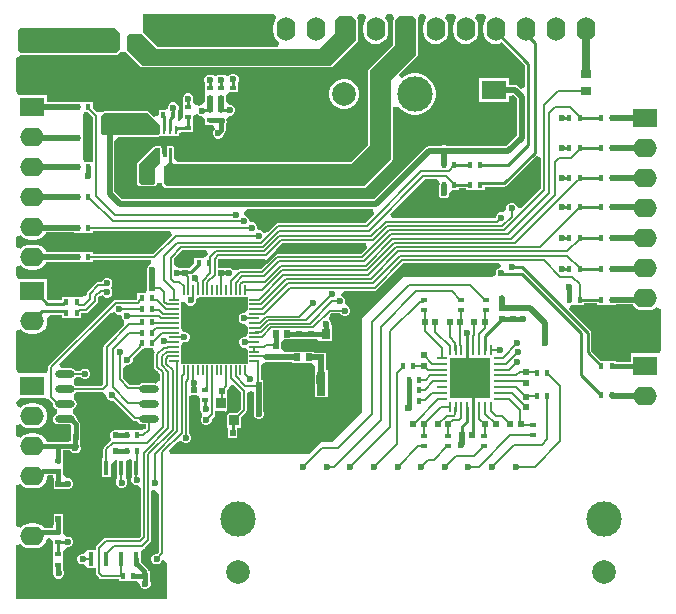
<source format=gtl>
G04*
G04 #@! TF.GenerationSoftware,Altium Limited,Altium Designer,21.0.9 (235)*
G04*
G04 Layer_Physical_Order=1*
G04 Layer_Color=255*
%FSTAX24Y24*%
%MOIN*%
G70*
G04*
G04 #@! TF.SameCoordinates,C81BF7DB-63EA-445F-9019-DF517AEC57AA*
G04*
G04*
G04 #@! TF.FilePolarity,Positive*
G04*
G01*
G75*
%ADD13C,0.0100*%
%ADD17C,0.0060*%
%ADD19O,0.0669X0.0236*%
%ADD20R,0.0201X0.0201*%
%ADD21R,0.0201X0.0201*%
%ADD22R,0.0236X0.0252*%
%ADD23R,0.0315X0.0787*%
%ADD24R,0.0433X0.0866*%
%ADD25R,0.0217X0.0177*%
%ADD26R,0.0335X0.0374*%
%ADD27R,0.0177X0.0217*%
%ADD28R,0.0335X0.0079*%
%ADD29R,0.1575X0.1575*%
%ADD30R,0.0079X0.0335*%
%ADD31R,0.0295X0.0374*%
%ADD32R,0.0374X0.0295*%
%ADD33R,0.0394X0.0547*%
%ADD34R,0.0472X0.0236*%
%ADD35R,0.0098X0.0295*%
%ADD36R,0.0177X0.0492*%
%ADD37O,0.0098X0.0354*%
%ADD38O,0.0354X0.0098*%
%ADD39R,0.1378X0.1378*%
%ADD40R,0.0256X0.0335*%
%ADD41R,0.0335X0.0256*%
%ADD72R,0.1693X0.1339*%
%ADD73C,0.0080*%
%ADD74C,0.0120*%
%ADD75C,0.0150*%
%ADD76C,0.0200*%
%ADD77C,0.0300*%
%ADD78C,0.0250*%
%ADD79R,0.0787X0.0630*%
%ADD80O,0.0787X0.0630*%
%ADD81R,0.0630X0.0787*%
%ADD82O,0.0630X0.0787*%
%ADD83C,0.1181*%
%ADD84C,0.0787*%
%ADD85C,0.0236*%
G36*
X040148Y041182D02*
X040168Y041102D01*
X040118Y041036D01*
X040076Y040935D01*
X040062Y040827D01*
Y040669D01*
X040076Y040561D01*
X040118Y04046D01*
X040184Y040373D01*
X040271Y040307D01*
X040372Y040265D01*
X04048Y040251D01*
X040589Y040265D01*
X040686Y040305D01*
X041447Y039544D01*
Y038822D01*
X041309Y038765D01*
X041238Y038836D01*
X041185Y038871D01*
X041123Y038884D01*
X040927D01*
Y039135D01*
X039939D01*
Y038306D01*
X040927D01*
Y038505D01*
X041077Y038536D01*
X041186Y038426D01*
Y037201D01*
X040832Y036847D01*
X038865D01*
X038805Y036872D01*
X038734D01*
X038674Y036847D01*
X03825D01*
X038187Y036834D01*
X038134Y036799D01*
X036412Y035077D01*
X031301D01*
X031265Y035092D01*
X031194D01*
X031158Y035077D01*
X028017D01*
X027773Y035321D01*
Y037025D01*
X027923Y037167D01*
X029235Y037167D01*
X029257Y037176D01*
X029269Y03718D01*
X029932D01*
Y037271D01*
X030068Y037305D01*
Y037305D01*
X030404D01*
Y037602D01*
X030404D01*
Y037674D01*
X030404D01*
Y037861D01*
X030432Y037877D01*
X030554Y037907D01*
X030579Y037883D01*
X03063Y037861D01*
X030644Y037855D01*
X030734Y037812D01*
X030777Y037719D01*
Y037555D01*
X031067D01*
X031098Y037493D01*
X031113Y037405D01*
X031081Y037374D01*
X031054Y037308D01*
Y037238D01*
X031081Y037172D01*
X031132Y037122D01*
X031197Y037095D01*
X031268D01*
X031333Y037122D01*
X031383Y037172D01*
X031411Y037238D01*
Y037256D01*
X031436Y037282D01*
X031436Y037282D01*
X031466Y037326D01*
X031476Y037379D01*
Y037406D01*
X031507Y037555D01*
X031509Y03767D01*
X031509Y03769D01*
X031509Y03769D01*
X031507Y037704D01*
X031507Y037705D01*
Y037735D01*
X03158Y037859D01*
X031652Y037865D01*
X031655D01*
X03172Y037893D01*
X03177Y037943D01*
X031798Y038008D01*
Y038079D01*
X03177Y038144D01*
X03172Y038195D01*
X031655Y038222D01*
X031623D01*
X031556Y038269D01*
X031507Y038352D01*
Y038517D01*
X031551Y038615D01*
X031639Y038643D01*
X031901D01*
Y038941D01*
X031901Y038941D01*
X03191Y039035D01*
X03191Y039106D01*
X031883Y039172D01*
X031833Y039222D01*
X031768Y039249D01*
X031697D01*
X031631Y039222D01*
X031624Y039215D01*
X031547Y039179D01*
X031439Y039204D01*
X031439Y039204D01*
X031433Y039206D01*
X031374Y039231D01*
X031303D01*
X031242Y039205D01*
X031238Y039204D01*
X031144Y03917D01*
X03105Y039205D01*
X031047Y039206D01*
X030985Y039232D01*
X030914D01*
X030849Y039205D01*
X030798Y039154D01*
X030771Y039089D01*
X030771Y039018D01*
X030777Y038941D01*
X030777Y038941D01*
X030777Y038643D01*
X030777Y038493D01*
Y038348D01*
X030744Y038277D01*
X030665Y038212D01*
X030644D01*
X030579Y038185D01*
X030436Y038238D01*
X030404Y038311D01*
X030408Y038388D01*
X030408Y038459D01*
X03038Y038524D01*
X03033Y038575D01*
X030265Y038602D01*
X030194D01*
X030129Y038575D01*
X030078Y038524D01*
X030051Y038459D01*
X030051Y038388D01*
X030068Y038311D01*
X030068Y038311D01*
X030068Y038014D01*
X030068Y037821D01*
X029918Y037695D01*
X02991Y037696D01*
X029886Y037727D01*
Y03802D01*
X029888Y038023D01*
X029915Y038088D01*
Y038159D01*
X029888Y038225D01*
X029838Y038275D01*
X029772Y038302D01*
X029701D01*
X029636Y038275D01*
X029586Y038225D01*
X029569Y038183D01*
X029559Y038159D01*
X029559Y038159D01*
X02955Y038085D01*
X02942Y038042D01*
X029248D01*
Y037896D01*
X029098Y037834D01*
X028939Y037994D01*
X028893Y038013D01*
X027424D01*
X027378Y037994D01*
X027361Y037987D01*
X02718Y037997D01*
X027051Y038126D01*
Y038318D01*
X026754Y038318D01*
X026604Y038318D01*
X026414D01*
Y038313D01*
X025533D01*
Y038565D01*
X024646D01*
X024546Y038565D01*
X024496Y038694D01*
Y039771D01*
X024646Y0399D01*
X024649Y039899D01*
X027849D01*
X027895Y039918D01*
X027976Y039998D01*
X02809Y039998D01*
X028107Y039995D01*
X028149Y039982D01*
X028644Y039488D01*
X028689Y039469D01*
X034989D01*
X035035Y039488D01*
X035885Y040338D01*
X035904Y040384D01*
Y041024D01*
X035885Y041069D01*
X035853Y041102D01*
X035915Y041252D01*
X036106D01*
X036148Y041182D01*
X036168Y041102D01*
X036118Y041036D01*
X036076Y040935D01*
X036062Y040827D01*
Y040669D01*
X036076Y040561D01*
X036118Y04046D01*
X036184Y040373D01*
X036271Y040307D01*
X036372Y040265D01*
X03648Y040251D01*
X036589Y040265D01*
X03669Y040307D01*
X036776Y040373D01*
X036843Y04046D01*
X036885Y040561D01*
X036899Y040669D01*
Y040827D01*
X036885Y040935D01*
X036843Y041036D01*
X036792Y041102D01*
X036812Y041182D01*
X036854Y041252D01*
X037024D01*
X037086Y041102D01*
X037084Y041099D01*
X037064Y041054D01*
Y040848D01*
X037062Y040827D01*
Y040669D01*
X037064Y040649D01*
Y04023D01*
X036244Y039409D01*
X036225Y039364D01*
Y0369D01*
X035653Y036328D01*
X029881Y036328D01*
X029744Y036465D01*
X029744Y036689D01*
X029744Y036774D01*
X029735Y036836D01*
X029686Y036836D01*
X029679Y036838D01*
X029679Y036838D01*
X029579Y036838D01*
X029572Y036836D01*
X029517D01*
Y036779D01*
X029515Y036774D01*
Y036631D01*
X029514Y036628D01*
Y036499D01*
X029498Y036489D01*
X029348Y036569D01*
Y036778D01*
X029341Y036793D01*
Y036836D01*
X0293D01*
X029283Y036843D01*
X029133D01*
X029087Y036824D01*
X028537Y036274D01*
X028518Y036228D01*
Y035638D01*
X028537Y035592D01*
X028607Y035522D01*
X028653Y035503D01*
X029083D01*
X029129Y035522D01*
X029179Y035572D01*
X029198Y035618D01*
X029344Y035614D01*
X029361Y035573D01*
Y035572D01*
X029362D01*
X029364Y035568D01*
X029464Y035468D01*
X029509Y035449D01*
X036089D01*
X036135Y035468D01*
X037025Y036358D01*
X037044Y036404D01*
Y038134D01*
X03707Y038155D01*
X037259Y038142D01*
X037355Y038046D01*
X037468Y037971D01*
X037594Y037919D01*
X037727Y037892D01*
X037863D01*
X037997Y037919D01*
X038122Y037971D01*
X038235Y038046D01*
X038332Y038142D01*
X038407Y038256D01*
X038459Y038381D01*
X038486Y038515D01*
Y038651D01*
X038459Y038784D01*
X038407Y03891D01*
X038332Y039023D01*
X038235Y039119D01*
X038122Y039195D01*
X037997Y039247D01*
X037863Y039273D01*
X037727D01*
X037594Y039247D01*
X037468Y039195D01*
X037355Y039119D01*
X037256Y039228D01*
X037875Y039848D01*
X037894Y039894D01*
Y040635D01*
X037899Y040669D01*
Y040827D01*
X037894Y040861D01*
Y041084D01*
X037887Y041102D01*
X037918Y041187D01*
X037965Y041252D01*
X038106D01*
X038148Y041182D01*
X038168Y041102D01*
X038118Y041036D01*
X038076Y040935D01*
X038062Y040827D01*
Y040669D01*
X038076Y040561D01*
X038118Y04046D01*
X038184Y040373D01*
X038271Y040307D01*
X038372Y040265D01*
X03848Y040251D01*
X038589Y040265D01*
X03869Y040307D01*
X038776Y040373D01*
X038843Y04046D01*
X038885Y040561D01*
X038899Y040669D01*
Y040827D01*
X038885Y040935D01*
X038843Y041036D01*
X038792Y041102D01*
X038812Y041182D01*
X038854Y041252D01*
X039106D01*
X039148Y041182D01*
X039168Y041102D01*
X039118Y041036D01*
X039076Y040935D01*
X039062Y040827D01*
Y040669D01*
X039076Y040561D01*
X039118Y04046D01*
X039184Y040373D01*
X039271Y040307D01*
X039372Y040265D01*
X03948Y040251D01*
X039589Y040265D01*
X03969Y040307D01*
X039776Y040373D01*
X039843Y04046D01*
X039885Y040561D01*
X039899Y040669D01*
Y040827D01*
X039885Y040935D01*
X039843Y041036D01*
X039792Y041102D01*
X039812Y041182D01*
X039854Y041252D01*
X040106D01*
X040148Y041182D01*
D02*
G37*
G36*
X033148D02*
X033168Y041102D01*
X033118Y041036D01*
X033076Y040935D01*
X033062Y040827D01*
Y040669D01*
X033076Y040561D01*
X033118Y04046D01*
X033184Y040373D01*
X033269Y040308D01*
X03327Y040301D01*
X033237Y040158D01*
X029206D01*
X028784Y040581D01*
X028741Y040624D01*
Y041252D01*
X033106D01*
X033148Y041182D01*
D02*
G37*
G36*
X035839Y041024D02*
Y040384D01*
X034989Y039534D01*
X028689D01*
X028179Y040044D01*
Y040504D01*
X028254Y040578D01*
X028695D01*
X029179Y040094D01*
X034629D01*
X035139Y040604D01*
Y041054D01*
X035269Y041184D01*
X035679D01*
X035839Y041024D01*
D02*
G37*
G36*
X027959Y040614D02*
Y040074D01*
X027849Y039964D01*
X024649D01*
X024569Y040044D01*
Y040714D01*
X024649Y040794D01*
X027779D01*
X027959Y040614D01*
D02*
G37*
G36*
X029283Y037558D02*
Y037275D01*
X029235Y037232D01*
X027793Y037232D01*
X027401D01*
X027339Y037294D01*
Y037864D01*
X027424Y037948D01*
X028893D01*
X029283Y037558D01*
D02*
G37*
G36*
X027067Y037821D02*
Y03631D01*
X026754Y03631D01*
X026711Y036442D01*
Y036958D01*
X026711Y03704D01*
X026711Y037061D01*
X026713Y037064D01*
Y037064D01*
X026725Y037126D01*
X026713Y037249D01*
X026713Y037848D01*
X026754Y037981D01*
X026907Y037981D01*
X027067Y037821D01*
D02*
G37*
G36*
X037829Y041084D02*
Y039894D01*
X036979Y039044D01*
Y036404D01*
X036089Y035514D01*
X029509D01*
X029409Y035614D01*
Y036164D01*
X029579Y036334D01*
Y036774D01*
X029679D01*
X029679Y036334D01*
X029749Y036264D01*
X035679Y036264D01*
X036289Y036874D01*
Y039364D01*
X037129Y040204D01*
Y041054D01*
X037259Y041184D01*
X037729D01*
X037829Y041084D01*
D02*
G37*
G36*
X029283Y036258D02*
X029133Y036108D01*
Y035618D01*
X029083Y035568D01*
X028653D01*
X028583Y035638D01*
Y036228D01*
X029133Y036778D01*
X029283D01*
Y036258D01*
D02*
G37*
G36*
X041961Y036487D02*
X041987Y036467D01*
Y035419D01*
X041338Y034769D01*
X041253Y034792D01*
X041181Y034825D01*
X04116Y034874D01*
X04111Y034925D01*
X041045Y034952D01*
X040974D01*
X040909Y034925D01*
X040858Y034874D01*
X040831Y034809D01*
Y03475D01*
X04079Y034705D01*
X04071Y03464D01*
X040705Y034642D01*
X040634D01*
X040569Y034615D01*
X040518Y034564D01*
X040491Y034499D01*
Y034436D01*
X037018D01*
X036956Y034585D01*
X038112Y035742D01*
X038478D01*
X038559Y035729D01*
X038583Y03568D01*
X038609Y035592D01*
X0386Y035547D01*
Y035364D01*
X038581Y035319D01*
Y035248D01*
X038608Y035183D01*
X038659Y035133D01*
X038724Y035105D01*
X038795D01*
X03886Y035133D01*
X03891Y035183D01*
X038935Y035243D01*
X038938Y035248D01*
X038938Y035248D01*
X038949Y035325D01*
X039073Y035383D01*
X039256D01*
Y035439D01*
X039485D01*
Y035383D01*
X039782Y035383D01*
X039932Y035383D01*
X040122D01*
Y035497D01*
X040765D01*
X040765Y035497D01*
X040808Y035506D01*
X040845Y03553D01*
X041837Y036523D01*
X041961Y036487D01*
D02*
G37*
G36*
X029579Y034031D02*
X029618Y034023D01*
X029623D01*
X029685Y033873D01*
X029063Y033252D01*
X027051D01*
Y033318D01*
X026754Y033318D01*
X026604Y033318D01*
X026414D01*
Y033313D01*
X0255D01*
X025481Y033359D01*
X025414Y033446D01*
X025327Y033512D01*
X025226Y033554D01*
X025118Y033568D01*
X024961D01*
X024852Y033554D01*
X024751Y033512D01*
X024665Y033446D01*
X024646Y033421D01*
X024496Y033472D01*
Y033827D01*
X024646Y033878D01*
X024665Y033854D01*
X024751Y033787D01*
X024852Y033745D01*
X024961Y033731D01*
X025118D01*
X025226Y033745D01*
X025327Y033787D01*
X025414Y033854D01*
X025481Y03394D01*
X025493Y033971D01*
X026414D01*
Y033966D01*
X026711Y033966D01*
X026861Y033966D01*
X027051D01*
Y034032D01*
X029579D01*
X029579Y034031D01*
D02*
G37*
G36*
X036442Y0346D02*
X036137Y034295D01*
X033223D01*
X033184Y034288D01*
X033151Y034266D01*
X03288Y033995D01*
X03273Y033964D01*
X03268Y034015D01*
X032615Y034042D01*
X032538Y034092D01*
X032528Y034169D01*
X0325Y034234D01*
X03245Y034285D01*
X032385Y034312D01*
X032314D01*
X032268Y034379D01*
X03224Y034444D01*
X03219Y034495D01*
X032135Y034517D01*
X03212Y034532D01*
X032088Y034608D01*
X03218Y03475D01*
X03638D01*
X036442Y0346D01*
D02*
G37*
G36*
X036201Y033463D02*
X035997Y033259D01*
X033239D01*
X033187Y03334D01*
X033173Y033405D01*
X03337Y033602D01*
X036144D01*
X036201Y033463D01*
D02*
G37*
G36*
X028994Y032902D02*
X028929Y032875D01*
X028878Y032824D01*
X028851Y032759D01*
Y032688D01*
X028872Y032638D01*
Y032481D01*
X028872Y032479D01*
Y032126D01*
X028875Y032112D01*
Y032074D01*
X028842Y03196D01*
X028736Y03194D01*
X02854D01*
Y031767D01*
X028508Y031735D01*
X027819D01*
X02778Y031728D01*
X027747Y031706D01*
X025597Y029556D01*
X025575Y029523D01*
X025567Y029484D01*
Y029409D01*
X025533Y029273D01*
X025417Y029273D01*
X024646D01*
X024546Y029273D01*
X024496Y029403D01*
Y030685D01*
X024646Y030736D01*
X024665Y030712D01*
X024751Y030645D01*
X024852Y030604D01*
X024961Y030589D01*
X025118D01*
X025226Y030604D01*
X025327Y030645D01*
X025414Y030712D01*
X025481Y030799D01*
X025522Y0309D01*
X025537Y031008D01*
X025527Y031081D01*
X025585Y031179D01*
X025637Y031231D01*
X02602D01*
Y031131D01*
X026317Y031131D01*
X026467Y031131D01*
X026657D01*
Y031284D01*
X026834D01*
X026873Y031292D01*
X026906Y031314D01*
X027209Y031616D01*
X027231Y03165D01*
X027238Y031689D01*
Y031818D01*
X02724Y03182D01*
X027378Y031876D01*
X027429Y031826D01*
X027494Y031799D01*
X027565D01*
X02763Y031826D01*
X02768Y031876D01*
X027708Y031942D01*
Y032013D01*
X02768Y032078D01*
X027633Y032125D01*
X02768Y032173D01*
X027708Y032238D01*
Y032309D01*
X02768Y032374D01*
X02763Y032425D01*
X027565Y032452D01*
X027494D01*
X027429Y032425D01*
X027378Y032374D01*
X027355Y032317D01*
X027237D01*
X027198Y03231D01*
X027165Y032288D01*
X026884Y032007D01*
X026862Y031974D01*
X026854Y031935D01*
Y031901D01*
X026792Y031858D01*
X026657Y031822D01*
Y031822D01*
X02636Y031822D01*
X02621Y031822D01*
X02602D01*
Y031714D01*
X025571D01*
X025533Y031752D01*
Y032423D01*
X024646D01*
X024546Y032423D01*
X024496Y032552D01*
X024496Y032827D01*
X024646Y032878D01*
X024665Y032854D01*
X024751Y032787D01*
X024852Y032745D01*
X024961Y032731D01*
X025118D01*
X025226Y032745D01*
X025327Y032787D01*
X025414Y032854D01*
X025481Y03294D01*
X0255Y032986D01*
X026414D01*
Y032981D01*
X026711Y032981D01*
X026861Y032981D01*
X027051D01*
Y033048D01*
X028984D01*
X028994Y032902D01*
D02*
G37*
G36*
X030888Y033239D02*
X030853Y033177D01*
X030727Y033121D01*
X030727Y033121D01*
X030727Y033121D01*
X030429D01*
Y032943D01*
X030267Y032781D01*
X030169D01*
X030168Y032781D01*
X030158Y032778D01*
X029958D01*
Y032779D01*
X029958Y032778D01*
X029815Y032821D01*
X029751Y03292D01*
Y033091D01*
X03004Y03338D01*
X030817D01*
X030888Y033239D01*
D02*
G37*
G36*
X032843Y033018D02*
X032857Y032953D01*
X032649Y032745D01*
X031961D01*
X031922Y032738D01*
X031889Y032716D01*
X031889Y032715D01*
X03173Y032704D01*
X03168Y032755D01*
X031645Y032769D01*
X031615Y032782D01*
X031615Y032782D01*
X031544D01*
X031539Y03278D01*
X031499Y032779D01*
Y032778D01*
X031211D01*
Y033043D01*
X031268Y0331D01*
X032791D01*
X032843Y033018D01*
D02*
G37*
G36*
X043855Y031564D02*
X044152Y031564D01*
X044302Y031564D01*
X044492D01*
Y031569D01*
X045044D01*
X045098Y031499D01*
X045184Y031433D01*
X045285Y031391D01*
X045394Y031377D01*
X045551D01*
X04566Y031391D01*
X04576Y031433D01*
X045826Y031483D01*
X045907Y031463D01*
X045976Y031421D01*
Y030088D01*
X045966Y029943D01*
X045826Y029943D01*
X044979D01*
Y029665D01*
X044492D01*
Y029696D01*
X044195Y029696D01*
X043994Y029696D01*
X043672Y030018D01*
Y030634D01*
X043672Y030634D01*
X043663Y030676D01*
X043639Y030713D01*
X043639Y030713D01*
X042938Y031414D01*
X043Y031564D01*
X043089Y031564D01*
X043239Y031564D01*
X043429D01*
Y03162D01*
X043855D01*
Y031564D01*
D02*
G37*
G36*
X032214Y031407D02*
X032125Y031282D01*
X032054D01*
X031989Y031255D01*
X031938Y031204D01*
X031911Y031139D01*
Y031068D01*
X031938Y031003D01*
X031989Y030953D01*
X032054Y030925D01*
X032125D01*
X032214Y0308D01*
Y030626D01*
X032145Y030492D01*
X032074D01*
X032009Y030465D01*
X031958Y030414D01*
X031931Y030349D01*
Y030278D01*
X031958Y030213D01*
X032009Y030163D01*
X032074Y030135D01*
X032145D01*
X032214Y030002D01*
Y029597D01*
X029991D01*
Y029743D01*
Y030173D01*
X030064Y030305D01*
X030135D01*
X0302Y030333D01*
X03025Y030383D01*
X030278Y030448D01*
Y030519D01*
X03025Y030584D01*
X0302Y030635D01*
X030135Y030662D01*
X030064D01*
X029991Y030794D01*
Y03116D01*
Y031645D01*
X030131Y031668D01*
X030158Y031603D01*
X030209Y031553D01*
X030274Y031525D01*
X030345D01*
X03041Y031553D01*
X03046Y031603D01*
X030488Y031668D01*
Y031739D01*
X030616Y03182D01*
X032214D01*
Y031407D01*
D02*
G37*
G36*
X040662Y032866D02*
X040624Y032782D01*
X040559Y032755D01*
X040508Y032704D01*
X040481Y032639D01*
Y032568D01*
X040355Y03248D01*
X037402D01*
X036024Y031102D01*
Y027953D01*
X035039Y026969D01*
X034646D01*
X034252Y026575D01*
X029641D01*
X029579Y026725D01*
X029848Y026994D01*
X029998Y027023D01*
X030049Y026973D01*
X030114Y026945D01*
X030185D01*
X03025Y026973D01*
X0303Y027023D01*
X030328Y027088D01*
Y027159D01*
X0303Y027224D01*
X030251Y027273D01*
Y028422D01*
X03027Y028513D01*
X030398Y028557D01*
X030414Y02856D01*
X030497D01*
X030607Y028529D01*
X030631Y028423D01*
Y028225D01*
X030631Y028225D01*
X030633Y028109D01*
Y028038D01*
X03066Y027973D01*
X030708Y027915D01*
X030688Y027829D01*
X030661Y027764D01*
Y027693D01*
X030688Y027628D01*
X030739Y027577D01*
X030804Y02755D01*
X030875D01*
X03094Y027577D01*
X03099Y027628D01*
X031018Y027693D01*
Y027762D01*
X031112Y027856D01*
X031134Y027889D01*
X031141Y027928D01*
Y028031D01*
X031416D01*
X031534Y027954D01*
X031534Y027881D01*
Y02746D01*
X031534D01*
X031552Y027444D01*
Y027123D01*
X031873D01*
Y027444D01*
X031989Y02746D01*
Y02781D01*
X032152Y027972D01*
X032174Y028005D01*
X032181Y028044D01*
Y028612D01*
X032331Y028693D01*
X032416Y028648D01*
Y028189D01*
X032416Y028187D01*
Y02798D01*
X032411Y027969D01*
Y027898D01*
X032438Y027833D01*
X032489Y027783D01*
X032554Y027755D01*
X032625D01*
X03269Y027783D01*
X03274Y027833D01*
X032768Y027898D01*
Y027969D01*
X032742Y02803D01*
Y028189D01*
X032742Y028191D01*
Y028543D01*
Y028898D01*
X032739Y028911D01*
Y029058D01*
X032661D01*
Y029536D01*
X032693Y029574D01*
X032742Y029613D01*
X032818Y029641D01*
X032819Y02964D01*
X033386D01*
X033425Y029648D01*
X033465Y02964D01*
X033688D01*
Y029617D01*
X034044Y029617D01*
X034194Y029617D01*
X034365D01*
X034466Y029485D01*
X034443Y029386D01*
X034443D01*
Y028479D01*
X034877D01*
Y029386D01*
X034828D01*
Y029803D01*
X034826Y029817D01*
Y029964D01*
X034679D01*
X034665Y029966D01*
X034422D01*
Y029989D01*
X034066Y029989D01*
X033916Y029989D01*
X033773D01*
X033688Y029989D01*
Y029989D01*
X033625Y029983D01*
Y029983D01*
X033476D01*
X033465Y029986D01*
X033459D01*
X033388Y030014D01*
X03333Y030108D01*
Y030266D01*
X033349Y030364D01*
X03346Y030405D01*
X033629D01*
X033714Y030405D01*
Y030405D01*
X033777Y03041D01*
Y03041D01*
X034097D01*
Y03041D01*
X03417D01*
Y03041D01*
X034491D01*
X034605Y030344D01*
Y030344D01*
X035021D01*
Y030838D01*
X035021Y030838D01*
X034988Y030959D01*
X034982Y030972D01*
X034982Y030972D01*
X034981Y030976D01*
X03496Y031024D01*
X03491Y031075D01*
X034944Y031223D01*
X034993Y031272D01*
X035295D01*
X035298Y031263D01*
X035349Y031213D01*
X035414Y031185D01*
X035485D01*
X03555Y031213D01*
X0356Y031263D01*
X035628Y031328D01*
Y031399D01*
X0356Y031464D01*
X03555Y031515D01*
X035483Y03155D01*
X035468Y031638D01*
Y031709D01*
X03544Y031774D01*
X03539Y031825D01*
X035325Y031852D01*
X035322Y031852D01*
X035314Y031882D01*
X035429Y032032D01*
X036449D01*
X036488Y032039D01*
X036522Y032061D01*
X0374Y03294D01*
X040594D01*
X040662Y032866D01*
D02*
G37*
G36*
X029097Y030026D02*
X029115Y029957D01*
X029105Y029943D01*
X029097Y029904D01*
Y029497D01*
X029105Y029458D01*
X029127Y029425D01*
X029289Y029263D01*
Y029045D01*
X029272Y02902D01*
X029139Y028934D01*
X029134Y028936D01*
X028701D01*
X028631Y028922D01*
X028592Y028895D01*
X028269D01*
X028051Y029113D01*
Y02943D01*
X028164Y029545D01*
X028235D01*
X0283Y029573D01*
X02835Y029623D01*
X028378Y029688D01*
Y029757D01*
X028699Y030079D01*
X028837Y030107D01*
X02888D01*
Y030107D01*
X029047D01*
X029097Y030026D01*
D02*
G37*
G36*
X027839Y031263D02*
X027904Y031235D01*
X027977Y031231D01*
X028011Y031158D01*
X028038Y031093D01*
X028089Y031043D01*
X028091Y030879D01*
X027437Y030226D01*
X027415Y030193D01*
X027407Y030154D01*
Y028916D01*
X027348Y028856D01*
X026485D01*
X026467Y028882D01*
X026421Y028913D01*
X02641Y028996D01*
X026411Y029074D01*
X0265Y029152D01*
X026639D01*
X026689Y029103D01*
X026754Y029075D01*
X026825D01*
X02689Y029103D01*
X02694Y029153D01*
X026968Y029218D01*
Y029289D01*
X02694Y029354D01*
X02689Y029405D01*
X026825Y029432D01*
X026754D01*
X026689Y029405D01*
X02664Y029356D01*
X026485D01*
X026467Y029382D01*
X026408Y029422D01*
X026339Y029436D01*
X025978D01*
X025916Y029586D01*
X027631Y031301D01*
X027788Y031313D01*
X027839Y031263D01*
D02*
G37*
G36*
X031977Y028651D02*
Y028086D01*
X031845Y027954D01*
X031655D01*
X031536Y028031D01*
X031536Y028103D01*
Y028525D01*
X031536D01*
X031519Y02854D01*
Y028717D01*
X031568Y028766D01*
X03159Y0288D01*
X031595Y028822D01*
X031674Y02887D01*
X031734Y028895D01*
X031977Y028651D01*
D02*
G37*
G36*
X025423Y028443D02*
X025461Y028443D01*
X025568Y028418D01*
X025649Y02836D01*
X025729Y02828D01*
X025724Y028254D01*
X025738Y028184D01*
X025777Y028126D01*
X025836Y028086D01*
X025865Y02808D01*
Y027927D01*
X025836Y027922D01*
X025777Y027882D01*
X025738Y027823D01*
X025724Y027754D01*
X025738Y027684D01*
X025777Y027626D01*
X025836Y027586D01*
X025906Y027572D01*
X026302D01*
X026339Y027536D01*
Y027326D01*
X026316D01*
Y027005D01*
X02617Y026996D01*
X02551D01*
X025481Y027068D01*
X025414Y027154D01*
X025327Y027221D01*
X025226Y027263D01*
X025118Y027277D01*
X024961D01*
X024852Y027263D01*
X024751Y027221D01*
X024665Y027154D01*
X024646Y02713D01*
X024496Y027181D01*
Y027536D01*
X024646Y027587D01*
X024665Y027562D01*
X024751Y027496D01*
X024852Y027454D01*
X024961Y02744D01*
X025118D01*
X025226Y027454D01*
X025327Y027496D01*
X025414Y027562D01*
X025481Y027649D01*
X025522Y02775D01*
X025537Y027858D01*
X025522Y027967D01*
X025481Y028068D01*
X025414Y028154D01*
X025327Y028221D01*
X025226Y028263D01*
X025118Y028277D01*
X024961D01*
X024852Y028263D01*
X024751Y028221D01*
X024665Y028154D01*
X024648Y028132D01*
X024515Y028178D01*
X024504Y02832D01*
X024646Y028443D01*
X025423D01*
D02*
G37*
G36*
X027413Y028631D02*
X027491Y028561D01*
X027508Y028534D01*
Y028505D01*
X027535Y028439D01*
X027585Y028389D01*
X027651Y028362D01*
X027722D01*
X027732Y028366D01*
X028377Y027721D01*
X02841Y027699D01*
X028449Y027691D01*
X028532D01*
X028533Y027684D01*
X028572Y027626D01*
X028631Y027586D01*
X028701Y027572D01*
X028812D01*
X028814Y027422D01*
X0288Y027409D01*
X028665Y027373D01*
Y027373D01*
X028368D01*
Y027373D01*
X028325D01*
Y027373D01*
X028028D01*
X028028Y027373D01*
X027878Y027372D01*
X027855Y027382D01*
X027784D01*
X027719Y027355D01*
X027668Y027304D01*
X027641Y027239D01*
Y027168D01*
X027666Y027093D01*
X027647Y027026D01*
X027434Y026812D01*
X027412Y026779D01*
X027404Y02674D01*
Y026436D01*
X027357D01*
Y025824D01*
X027654D01*
Y026264D01*
X027804Y026392D01*
X027855Y026384D01*
X027857Y026382D01*
X027857Y026356D01*
Y025824D01*
X027857Y025824D01*
X027837Y025682D01*
X027831Y025669D01*
Y025598D01*
X027858Y025533D01*
X027909Y025483D01*
X027974Y025455D01*
X028045D01*
X02811Y025483D01*
X02816Y025533D01*
X028188Y025598D01*
Y025669D01*
X028181Y025685D01*
X028154Y025824D01*
X028154Y025824D01*
X028154Y026344D01*
X028287Y026429D01*
X028355Y026399D01*
X028357Y026388D01*
Y025824D01*
X028357D01*
X028357Y02582D01*
X028331Y025759D01*
Y025688D01*
X028331Y025688D01*
X028333Y025684D01*
X028358Y025623D01*
X028409Y025573D01*
X028474Y025545D01*
X028545D01*
X028649Y025426D01*
Y023868D01*
X028577Y023795D01*
X027479D01*
X02744Y023788D01*
X027407Y023766D01*
X027177Y023536D01*
X027155Y023503D01*
X027147Y023464D01*
Y023389D01*
X026857D01*
Y023377D01*
X026745Y023262D01*
X026674D01*
X026609Y023235D01*
X026558Y023184D01*
X026531Y023119D01*
Y023048D01*
X026558Y022983D01*
X026609Y022933D01*
X026674Y022905D01*
X026745D01*
X026857Y02279D01*
Y022777D01*
X027147D01*
Y022614D01*
X027155Y022575D01*
X027177Y022541D01*
X027271Y022448D01*
X027304Y022425D01*
X027343Y022418D01*
X02791D01*
Y022351D01*
X028207Y022351D01*
X028357Y022351D01*
X028485D01*
X028572Y022312D01*
X028621Y022232D01*
Y022218D01*
X028648Y022153D01*
X028699Y022103D01*
X028764Y022075D01*
X028835D01*
X0289Y022103D01*
X02895Y022153D01*
X028978Y022218D01*
X028978Y022289D01*
X02896Y022359D01*
X02896Y022359D01*
Y02268D01*
X028911D01*
X028901Y022732D01*
X028871Y022777D01*
X028654Y022993D01*
Y023265D01*
X02866Y023297D01*
X028699Y023373D01*
X028752Y023431D01*
X028776Y023456D01*
X028963Y023643D01*
X028986Y023676D01*
X028993Y023715D01*
Y025317D01*
X029027Y02537D01*
X029138Y025383D01*
X029267Y025266D01*
Y023329D01*
X0292Y023262D01*
X029144D01*
X029079Y023235D01*
X029028Y023184D01*
X029001Y023119D01*
Y023048D01*
X029028Y022983D01*
X029079Y022933D01*
X029144Y022905D01*
X029215D01*
X02928Y022933D01*
X02933Y022983D01*
X029358Y023048D01*
X029378Y023055D01*
X029528Y022946D01*
Y02174D01*
X024496D01*
Y023536D01*
X024646Y023586D01*
X024665Y023562D01*
X024751Y023496D01*
X024852Y023454D01*
X024961Y02344D01*
X025118D01*
X025226Y023454D01*
X025327Y023496D01*
X025414Y023562D01*
X025481Y023649D01*
X02552Y023745D01*
X025528Y023752D01*
X025587Y023778D01*
X025737Y02369D01*
Y0235D01*
X025737D01*
X025737Y023389D01*
X025737D01*
X025737Y023092D01*
X025737Y022942D01*
Y022752D01*
X025737Y022752D01*
X025731Y022649D01*
Y022578D01*
X025758Y022513D01*
X025809Y022463D01*
X025874Y022435D01*
X025945D01*
X02601Y022463D01*
X02606Y022513D01*
X026088Y022578D01*
X026088Y022649D01*
X026074Y022752D01*
X026074Y022752D01*
X026074Y023049D01*
X026074Y023199D01*
Y023359D01*
X026174Y023465D01*
X026188Y023475D01*
X026255D01*
X02632Y023503D01*
X02637Y023553D01*
X026398Y023618D01*
Y023689D01*
X02637Y023754D01*
X02632Y023805D01*
X026255Y023832D01*
X02622D01*
X026182Y023834D01*
X026074Y023948D01*
Y024122D01*
X026074Y024137D01*
X026074D01*
X026066Y024269D01*
X026066D01*
Y02459D01*
X025745D01*
Y024269D01*
X025745Y024269D01*
X025726Y024127D01*
X025435D01*
X025414Y024154D01*
X025327Y024221D01*
X025226Y024263D01*
X025118Y024277D01*
X024961D01*
X024852Y024263D01*
X024751Y024221D01*
X024665Y024154D01*
X024646Y02413D01*
X024496Y024181D01*
Y025536D01*
X024646Y025587D01*
X024665Y025562D01*
X024751Y025496D01*
X024852Y025454D01*
X024961Y02544D01*
X025118D01*
X025226Y025454D01*
X025327Y025496D01*
X025414Y025562D01*
X025481Y025649D01*
X025522Y02575D01*
X025537Y025858D01*
X02555Y025873D01*
X025726D01*
X025745Y025731D01*
X025745Y025731D01*
X025745Y025731D01*
Y02541D01*
X026066D01*
X026066Y02541D01*
X026184Y025415D01*
X026255D01*
X02632Y025443D01*
X02637Y025493D01*
X026398Y025558D01*
Y025629D01*
X02637Y025694D01*
X02632Y025745D01*
X026255Y025772D01*
X026186D01*
X026177Y025779D01*
X026074Y025888D01*
X026074Y02616D01*
X026074Y02631D01*
Y0265D01*
X026043D01*
Y026721D01*
X026303D01*
X026318Y026684D01*
X026368Y026634D01*
X026434Y026607D01*
X026505D01*
X02657Y026634D01*
X02662Y026684D01*
X026647Y02675D01*
Y026821D01*
X026633Y026855D01*
X026637Y027005D01*
X026637D01*
Y027326D01*
X026614D01*
Y027593D01*
X026614Y027593D01*
X026604Y027645D01*
X026574Y02769D01*
X026574Y02769D01*
X026518Y027745D01*
X02652Y027754D01*
X026506Y027823D01*
X026467Y027882D01*
X026408Y027922D01*
X026379Y027927D01*
Y02808D01*
X026408Y028086D01*
X026467Y028126D01*
X026506Y028184D01*
X02652Y028254D01*
X026506Y028323D01*
X026467Y028382D01*
X026421Y028413D01*
X02641Y028496D01*
X026411Y028574D01*
X0265Y028652D01*
X027377D01*
X027413Y028631D01*
D02*
G37*
%LPC*%
G36*
X035498Y039076D02*
X035368D01*
X035243Y039043D01*
X03513Y038978D01*
X035038Y038886D01*
X034973Y038773D01*
X034939Y038648D01*
Y038518D01*
X034973Y038392D01*
X035038Y03828D01*
X03513Y038188D01*
X035243Y038123D01*
X035368Y038089D01*
X035498D01*
X035624Y038123D01*
X035736Y038188D01*
X035828Y03828D01*
X035893Y038392D01*
X035927Y038518D01*
Y038648D01*
X035893Y038773D01*
X035828Y038886D01*
X035736Y038978D01*
X035624Y039043D01*
X035498Y039076D01*
D02*
G37*
%LPD*%
D13*
X02811Y037474D02*
X028697D01*
X04148Y040585D02*
X041789Y040276D01*
Y036634D02*
Y040276D01*
X040765Y035609D02*
X041789Y036634D01*
X04148Y040585D02*
Y040748D01*
X0409Y036234D02*
X041559Y036894D01*
X04048Y040669D02*
X041559Y03959D01*
Y036894D02*
Y03959D01*
X039973Y036234D02*
X0409D01*
X040012Y035609D02*
X040765D01*
X039973Y035571D02*
X040012Y035609D01*
X039973Y035551D02*
Y035571D01*
X033279Y033444D02*
X033569D01*
X032819Y032984D02*
X033279Y033444D01*
X031599Y032984D02*
X032819D01*
X027646Y037394D02*
X027723Y03747D01*
X027609Y037394D02*
X027646D01*
X027723Y03747D02*
X02811D01*
X031619Y038044D02*
X031619Y038044D01*
X031339Y038044D02*
X031339Y038044D01*
X031619D01*
X030679Y038034D02*
X030685Y038039D01*
X03094D02*
X030945Y038044D01*
X030685Y038039D02*
X03094D01*
X030233Y038166D02*
X030236Y038162D01*
X030233Y038166D02*
Y03842D01*
X030229Y038424D02*
X030233Y03842D01*
X040659Y032604D02*
X040668Y032595D01*
X041371D02*
X043339Y030627D01*
X040668Y032595D02*
X041371D01*
X043339Y029227D02*
Y030627D01*
X044003Y028543D02*
Y028563D01*
X043339Y029227D02*
X044003Y028563D01*
X030313Y032668D02*
X030578Y032933D01*
Y032953D01*
X030118Y032618D02*
X030168Y032668D01*
X030313D01*
X041359Y032834D02*
X043559Y030634D01*
Y029971D02*
X044003Y029528D01*
X043559Y029971D02*
Y030634D01*
X041039Y032834D02*
X041359D01*
X041029Y032824D02*
X041039Y032834D01*
X039107Y035551D02*
X039633D01*
X030799Y028374D02*
X030805Y028368D01*
Y028079D02*
Y028368D01*
Y028079D02*
X030811Y028074D01*
X025928Y023651D02*
X026217D01*
X026219Y023654D01*
X025918Y023661D02*
X025928Y023651D01*
X025118Y032008D02*
X025525Y031601D01*
X02607D01*
X025039Y031026D02*
X025357Y031344D01*
X025039Y031008D02*
Y031026D01*
X026169Y031299D02*
Y031305D01*
X02613Y031344D02*
X026169Y031305D01*
X025357Y031344D02*
X02613D01*
X04328Y037795D02*
X044003D01*
X04328Y035787D02*
X044003D01*
X04328Y036772D02*
X044003D01*
X04328Y034803D02*
X044003D01*
X04328Y03378D02*
X044003D01*
X04328Y032756D02*
X044003D01*
X04328Y031732D02*
X044003D01*
X031713Y027677D02*
X031762Y027726D01*
X031713Y027283D02*
Y027677D01*
X031426Y027824D02*
Y027892D01*
X031515Y027981D02*
X031522D01*
X031586Y028052D02*
X031644Y02811D01*
X031309Y027707D02*
X031426Y027824D01*
X031586Y028045D02*
Y028052D01*
X031426Y027892D02*
X031515Y027981D01*
X031522D02*
X031586Y028045D01*
X031644Y02811D02*
Y02816D01*
X031762Y028278D01*
X025077Y024821D02*
X025868D01*
X025906Y024783D01*
X025039Y024858D02*
X025077Y024821D01*
X03935Y027205D02*
Y0275D01*
X039537Y027687D01*
Y028159D01*
X039733Y028159D02*
X039734Y028159D01*
X039733Y027233D02*
Y028159D01*
X039705Y027205D02*
X039733Y027233D01*
X039537Y030049D02*
Y030619D01*
Y029203D02*
X039636Y029104D01*
X039537Y029203D02*
Y030049D01*
X039734Y028159D02*
Y029006D01*
X039636Y029104D02*
X039734Y029006D01*
X040128Y030522D02*
X040699Y031093D01*
X040128Y030049D02*
Y030522D01*
X025039Y032008D02*
X025118D01*
X02607Y031601D02*
X026088Y03162D01*
X026169Y031634D02*
Y031654D01*
X026155Y03162D02*
X026169Y031634D01*
X026088Y03162D02*
X026155D01*
X028697Y037474D02*
X028701Y03747D01*
X025906Y023649D02*
X025918Y023661D01*
X025906Y023241D02*
Y023649D01*
X04048Y040669D02*
Y040748D01*
X042677Y037795D02*
X04294D01*
X042677Y036772D02*
X04294D01*
X042677Y035787D02*
X04294D01*
X042677Y034803D02*
X04294D01*
X042677Y03378D02*
X04294D01*
X042677Y032756D02*
X04294D01*
X039107Y036234D02*
X039633D01*
X028701Y03747D02*
X028703Y037472D01*
Y037828D01*
X028701Y03747D02*
X029232D01*
X029232Y037388D02*
Y03747D01*
X029232Y03747D02*
X029232Y03747D01*
X029737Y037874D02*
Y038124D01*
X029626Y037743D02*
X029737Y037854D01*
Y037874D01*
X029626Y037388D02*
Y037743D01*
X029428Y037389D02*
Y037843D01*
X029397Y037874D02*
X029428Y037843D01*
Y037389D02*
X029429Y037388D01*
X030236Y037453D02*
Y037822D01*
X029823Y037453D02*
X029824Y037453D01*
X030236D01*
X029823Y037388D02*
Y037453D01*
X029923Y037008D02*
X030028Y037113D01*
X029528Y037008D02*
X029923D01*
X030028Y037113D02*
X030236D01*
X030103Y036628D02*
X030236Y036761D01*
Y037113D01*
X029823Y036628D02*
X030103D01*
X028735Y036973D02*
X029413D01*
X029429Y036628D02*
Y036957D01*
X029413Y036973D02*
X029429Y036957D01*
X02811Y036939D02*
X028701D01*
X028735Y036973D01*
X028886Y035982D02*
X029232Y036329D01*
X028886Y035906D02*
Y035982D01*
X029232Y036329D02*
Y036628D01*
X029618Y035906D02*
X029626Y035913D01*
Y036628D01*
X031732Y038792D02*
Y039071D01*
X031339Y038792D02*
Y039053D01*
X030947Y038799D02*
X030949Y038797D01*
X030947Y038799D02*
Y039051D01*
X030949Y039054D01*
X030945Y038792D02*
X030949Y038797D01*
D17*
X034282Y030927D02*
X035029Y031674D01*
X032938Y030927D02*
X034282D01*
X035029Y031674D02*
X035289D01*
X034831Y031725D02*
Y031725D01*
X032889Y031047D02*
X034152D01*
X034831Y031725D01*
Y031725D02*
X035009Y031904D01*
X032839Y031167D02*
X033942D01*
X034389Y031614D01*
X034398Y030807D02*
X034955Y031364D01*
X035449D01*
X033002Y030807D02*
X034398D01*
X03245Y030954D02*
X032627D01*
X03245Y030797D02*
X032639D01*
X032651Y030639D02*
X032938Y030927D01*
X032627Y030954D02*
X032839Y031167D01*
X032639Y030797D02*
X032889Y031047D01*
X03245Y030639D02*
X032651D01*
X03245Y030482D02*
X032677D01*
X033002Y030807D01*
X032441Y030945D02*
X03245Y030954D01*
X032441Y030787D02*
X03245Y030797D01*
X032441Y03063D02*
X03245Y030639D01*
X032441Y030472D02*
X03245Y030482D01*
X032089Y031104D02*
X03209Y031103D01*
X03244D02*
X032441Y031102D01*
X03209Y031103D02*
X03244D01*
D19*
X026122Y029254D02*
D03*
Y028754D02*
D03*
Y028254D02*
D03*
Y027754D02*
D03*
X028917Y029254D02*
D03*
Y028754D02*
D03*
Y028254D02*
D03*
Y027754D02*
D03*
D20*
X034331Y030571D02*
D03*
Y030217D02*
D03*
X033937Y030571D02*
D03*
Y030217D02*
D03*
X033465Y029823D02*
D03*
Y029469D02*
D03*
X030439Y028721D02*
D03*
Y028366D02*
D03*
X030118Y032618D02*
D03*
Y032972D02*
D03*
X025906Y024429D02*
D03*
Y024783D02*
D03*
X041053Y031093D02*
D03*
Y031447D02*
D03*
X040699Y031093D02*
D03*
Y031447D02*
D03*
X041486Y028494D02*
D03*
Y02814D02*
D03*
X031339Y032972D02*
D03*
Y032618D02*
D03*
X038093Y029516D02*
D03*
Y029871D02*
D03*
X025906Y025217D02*
D03*
Y025571D02*
D03*
X041486Y029321D02*
D03*
Y028967D02*
D03*
D21*
X033169Y030197D02*
D03*
X033524D02*
D03*
X034665Y029803D02*
D03*
X03502D02*
D03*
X032579Y028898D02*
D03*
X032933D02*
D03*
X032579Y028543D02*
D03*
X032933D02*
D03*
X032579Y028189D02*
D03*
X032933D02*
D03*
X031358Y028701D02*
D03*
X031713D02*
D03*
Y027283D02*
D03*
X031358D02*
D03*
X026476Y027165D02*
D03*
X026122D02*
D03*
X029035Y03248D02*
D03*
X028681D02*
D03*
X029035Y032126D02*
D03*
X028681D02*
D03*
X041309Y027569D02*
D03*
X040955D02*
D03*
X040128D02*
D03*
X040482D02*
D03*
X038907D02*
D03*
X038553D02*
D03*
X038081D02*
D03*
X037726D02*
D03*
X029154Y02252D02*
D03*
X028799D02*
D03*
X03812Y030994D02*
D03*
X038474D02*
D03*
X03935Y027205D02*
D03*
X039705D02*
D03*
X040128Y030994D02*
D03*
X039774D02*
D03*
X039301D02*
D03*
X038947D02*
D03*
D22*
X033535Y030591D02*
D03*
X033157D02*
D03*
X034244Y029803D02*
D03*
X033866D02*
D03*
D23*
X03466Y028933D02*
D03*
D24*
X034069Y028254D02*
D03*
X035251D02*
D03*
D25*
X030799Y028374D02*
D03*
Y028714D02*
D03*
X030236Y037113D02*
D03*
Y037453D02*
D03*
Y037822D02*
D03*
Y038162D02*
D03*
X0381Y031715D02*
D03*
Y031375D02*
D03*
X030945Y038044D02*
D03*
Y037704D02*
D03*
X031339Y038044D02*
D03*
Y037704D02*
D03*
X030945Y038452D02*
D03*
Y038792D02*
D03*
X025906Y026011D02*
D03*
Y026351D02*
D03*
X025906Y023241D02*
D03*
Y022901D02*
D03*
X031339Y038452D02*
D03*
Y038792D02*
D03*
X025906Y023649D02*
D03*
Y023989D02*
D03*
X031732Y038452D02*
D03*
Y038792D02*
D03*
X0381Y026848D02*
D03*
Y027188D02*
D03*
X038888Y026848D02*
D03*
Y027188D02*
D03*
X040108Y026848D02*
D03*
Y027188D02*
D03*
X041722Y027202D02*
D03*
Y027542D02*
D03*
X040148Y031715D02*
D03*
Y031375D02*
D03*
X039321Y031715D02*
D03*
Y031375D02*
D03*
D26*
X031762Y028278D02*
D03*
X031309D02*
D03*
Y027707D02*
D03*
X031762D02*
D03*
D27*
X028176Y027205D02*
D03*
X028516D02*
D03*
X030578Y032953D02*
D03*
X030918D02*
D03*
X028688Y031772D02*
D03*
X029028D02*
D03*
X028688Y031417D02*
D03*
X029028D02*
D03*
X028688Y030984D02*
D03*
X029028D02*
D03*
X028688Y03063D02*
D03*
X029028D02*
D03*
X028688Y030276D02*
D03*
X029028D02*
D03*
X044343Y031732D02*
D03*
X044003D02*
D03*
Y036772D02*
D03*
X044343D02*
D03*
X044003Y037795D02*
D03*
X044343D02*
D03*
X026902Y037126D02*
D03*
X026562D02*
D03*
X026902Y036142D02*
D03*
X026562D02*
D03*
X029737Y037874D02*
D03*
X029397D02*
D03*
X037576Y029065D02*
D03*
X037916D02*
D03*
X028058Y02252D02*
D03*
X028398D02*
D03*
X04328Y036772D02*
D03*
X04294D02*
D03*
X04328Y035787D02*
D03*
X04294D02*
D03*
X04328Y034803D02*
D03*
X04294D02*
D03*
X04328Y03378D02*
D03*
X04294D02*
D03*
X04328Y032756D02*
D03*
X04294D02*
D03*
X04328Y031732D02*
D03*
X04294D02*
D03*
X039107Y035551D02*
D03*
X038767D02*
D03*
X039107Y036234D02*
D03*
X038767D02*
D03*
X044003Y035787D02*
D03*
X044343D02*
D03*
X044003Y032756D02*
D03*
X044343D02*
D03*
X044003Y03378D02*
D03*
X044343D02*
D03*
X044003Y034803D02*
D03*
X044343D02*
D03*
X026509Y031654D02*
D03*
X026169D02*
D03*
X026509Y031299D02*
D03*
X026169D02*
D03*
X037383Y029503D02*
D03*
X037723D02*
D03*
X037916Y028356D02*
D03*
X037576D02*
D03*
X026902Y03815D02*
D03*
X026562D02*
D03*
X026902Y035157D02*
D03*
X026562D02*
D03*
X044343Y029528D02*
D03*
X044003D02*
D03*
X026902Y034134D02*
D03*
X026562D02*
D03*
X044343Y028543D02*
D03*
X044003D02*
D03*
X026902Y03315D02*
D03*
X026562D02*
D03*
X039633Y036234D02*
D03*
X039973D02*
D03*
X039633Y035551D02*
D03*
X039973D02*
D03*
X04328Y037795D02*
D03*
X04294D02*
D03*
X028516Y026693D02*
D03*
X028176D02*
D03*
X037576Y028711D02*
D03*
X037916D02*
D03*
X042207Y028514D02*
D03*
X041867D02*
D03*
X042207Y029301D02*
D03*
X041867D02*
D03*
D28*
X032441Y031732D02*
D03*
Y031575D02*
D03*
Y031417D02*
D03*
X029764Y029685D02*
D03*
Y029843D02*
D03*
Y03D02*
D03*
Y030157D02*
D03*
Y030315D02*
D03*
Y030472D02*
D03*
Y03063D02*
D03*
Y030787D02*
D03*
Y030945D02*
D03*
Y031102D02*
D03*
Y03126D02*
D03*
Y031417D02*
D03*
Y031575D02*
D03*
Y031732D02*
D03*
X032441Y03126D02*
D03*
Y031102D02*
D03*
Y030945D02*
D03*
Y030787D02*
D03*
Y03063D02*
D03*
Y030472D02*
D03*
Y030315D02*
D03*
Y030157D02*
D03*
Y03D02*
D03*
Y029843D02*
D03*
Y029685D02*
D03*
D29*
X031102Y030709D02*
D03*
D30*
X032126Y02937D02*
D03*
X031969D02*
D03*
X031811D02*
D03*
X031654D02*
D03*
X031496D02*
D03*
X031339D02*
D03*
X031181D02*
D03*
X031024D02*
D03*
X030866D02*
D03*
X030709D02*
D03*
X030551D02*
D03*
X030394D02*
D03*
X030236D02*
D03*
X030079D02*
D03*
Y032047D02*
D03*
X030236D02*
D03*
X030394D02*
D03*
X030551D02*
D03*
X030709D02*
D03*
X030866D02*
D03*
X031024D02*
D03*
X031181D02*
D03*
X031339D02*
D03*
X031496D02*
D03*
X031654D02*
D03*
X031811D02*
D03*
X031969D02*
D03*
X032126D02*
D03*
D31*
X034813Y030591D02*
D03*
X035344D02*
D03*
D32*
X028701Y036939D02*
D03*
Y03747D02*
D03*
X02811D02*
D03*
Y036939D02*
D03*
D33*
X028886Y035906D02*
D03*
X029618D02*
D03*
D34*
X029528Y037008D02*
D03*
D35*
X029823Y037388D02*
D03*
X029626D02*
D03*
X029429D02*
D03*
X029232D02*
D03*
X029823Y036628D02*
D03*
X029626D02*
D03*
X029429D02*
D03*
X029232D02*
D03*
D36*
X028506Y02613D02*
D03*
X028006D02*
D03*
X027506D02*
D03*
X027006D02*
D03*
X028506Y023083D02*
D03*
X028006D02*
D03*
X027506D02*
D03*
X027006D02*
D03*
D37*
X038947Y028159D02*
D03*
X039144D02*
D03*
X039341D02*
D03*
X039537D02*
D03*
X039734D02*
D03*
X039931D02*
D03*
X040128D02*
D03*
X040325D02*
D03*
Y030049D02*
D03*
X040128D02*
D03*
X039931D02*
D03*
X039734D02*
D03*
X039537D02*
D03*
X039341D02*
D03*
X039144D02*
D03*
X038947D02*
D03*
D38*
X040581Y028415D02*
D03*
Y028612D02*
D03*
Y028809D02*
D03*
Y029006D02*
D03*
Y029203D02*
D03*
Y0294D02*
D03*
Y029596D02*
D03*
Y029793D02*
D03*
X038691D02*
D03*
Y029596D02*
D03*
Y0294D02*
D03*
Y029203D02*
D03*
Y029006D02*
D03*
Y028809D02*
D03*
Y028612D02*
D03*
Y028415D02*
D03*
D39*
X039636Y029104D02*
D03*
D40*
X028346Y040315D02*
D03*
X027795D02*
D03*
D41*
X043504Y038701D02*
D03*
Y039252D02*
D03*
D72*
X027756Y024606D02*
D03*
D73*
X029179Y023084D02*
Y023097D01*
X029369Y023287D02*
Y02666D01*
X029179Y023097D02*
X029369Y023287D01*
X030394Y028954D02*
Y02937D01*
X029199Y029497D02*
Y029904D01*
Y029497D02*
X029391Y029305D01*
X029199Y029904D02*
X029431Y030135D01*
X02952D01*
X029582Y029999D02*
X029763D01*
X029578Y029995D02*
X029582Y029999D01*
X029356Y029538D02*
Y029841D01*
X029511Y029995D01*
X029578D01*
X02952Y030135D02*
X029541Y030157D01*
X029496Y029597D02*
Y029766D01*
X029573Y029842D02*
X029763D01*
X029496Y029766D02*
X029573Y029842D01*
X02586Y028293D02*
X026161D01*
X025669Y028484D02*
Y029484D01*
Y028484D02*
X02586Y028293D01*
X027509Y028874D02*
Y030154D01*
X026122Y028754D02*
X02739D01*
X027509Y028874D01*
X026122Y029254D02*
X026122Y029254D01*
X026789D02*
X026789Y029254D01*
X026122Y029254D02*
X026789D01*
X028917Y027381D02*
Y027754D01*
X028741Y027205D02*
X028917Y027381D01*
X028516Y027205D02*
X028741D01*
X028751Y023825D02*
Y026635D01*
X029559Y027444D01*
X029109Y025624D02*
Y026598D01*
X027719Y026954D02*
X028859D01*
X028891Y023715D02*
Y026577D01*
X029559Y027444D02*
Y029335D01*
X029709Y027396D02*
Y029384D01*
X029369Y02666D02*
X030009Y0273D01*
X029109Y026598D02*
X029859Y027348D01*
X028859Y026954D02*
X029391Y027485D01*
Y029305D01*
X030009Y0273D02*
Y029174D01*
X028891Y026577D02*
X029709Y027396D01*
X029859Y027348D02*
Y029684D01*
X030236Y029069D02*
Y02937D01*
X030149Y028982D02*
X030236Y029069D01*
X030149Y027124D02*
Y028982D01*
X029356Y029538D02*
X029559Y029335D01*
X029496Y029597D02*
X029709Y029384D01*
X027506Y02674D02*
X027719Y026954D01*
X027506Y02613D02*
Y02674D01*
X029859Y029685D02*
X029859Y029684D01*
X029764Y029685D02*
X029859D01*
X030009Y029174D02*
X030078Y029243D01*
X030398Y028679D02*
X030439Y028721D01*
X031024Y029218D02*
Y029369D01*
Y029218D02*
X031039Y029203D01*
Y027928D02*
Y029203D01*
X030839Y027728D02*
X031039Y027928D01*
X031024Y02937D02*
X031024Y029369D01*
X029763Y029842D02*
X029764Y029843D01*
X02676Y031566D02*
X026956Y031763D01*
Y031935D01*
X026834Y031386D02*
X027136Y031689D01*
X027429Y032215D02*
X027487Y032274D01*
X027136Y031689D02*
Y031861D01*
X027487Y031977D02*
X027529D01*
X027237Y032215D02*
X027429D01*
X027311Y032035D02*
X027429D01*
X027136Y031861D02*
X027311Y032035D01*
X026956Y031935D02*
X027237Y032215D01*
X027429Y032035D02*
X027487Y031977D01*
X026604Y031386D02*
X026834D01*
X027487Y032274D02*
X027529D01*
X026604Y031566D02*
X02676D01*
X02855Y031634D02*
X02862Y031703D01*
X028688Y031752D02*
Y031772D01*
X02862Y031703D02*
X02864D01*
X027819Y031634D02*
X02855D01*
X025669Y029484D02*
X027819Y031634D01*
X02864Y031703D02*
X028688Y031752D01*
X038005Y036019D02*
X038912D01*
X033223Y034194D02*
X036179D01*
X038005Y036019D01*
X036249Y034024D02*
X038069Y035844D01*
X038834D01*
X033251Y034024D02*
X036249D01*
X032653Y033624D02*
X033223Y034194D01*
X032709Y033482D02*
X033251Y034024D01*
X032126Y032047D02*
X032689D01*
X033327Y033704D02*
X036388D01*
X029998Y033482D02*
X032709D01*
X032767Y033342D02*
X033269Y033844D01*
X032778Y032334D02*
X033309Y032865D01*
X03275Y032504D02*
X033261Y033015D01*
X032692Y032644D02*
X033205Y033157D01*
X031226Y033202D02*
X032825D01*
X029869Y033624D02*
X032653D01*
X033269Y033844D02*
X03633D01*
X032047Y032334D02*
X032778D01*
X033205Y033157D02*
X036039D01*
X033261Y033015D02*
X036095D01*
X032825Y033202D02*
X033327Y033704D01*
X031961Y032644D02*
X032692D01*
X033367Y032725D02*
X036201D01*
X031168Y033342D02*
X032767D01*
X032019Y032504D02*
X03275D01*
X033309Y032865D02*
X036143D01*
X032689Y032047D02*
X033367Y032725D01*
X033407Y032561D02*
X036238D01*
X032578Y031732D02*
X033407Y032561D01*
X032441Y031732D02*
X032578D01*
X032651Y031575D02*
X033489Y032414D01*
X032693Y031417D02*
X033549Y032274D01*
X032441Y031575D02*
X032651D01*
X033489Y032414D02*
X03631D01*
X033549Y032274D02*
X036391D01*
X032441Y031417D02*
X032693D01*
X032441Y03126D02*
X032746D01*
X033619Y032134D01*
X036449D01*
X03682Y034334D02*
X040539D01*
X03724Y033344D02*
X042864D01*
X0373Y033182D02*
X042874D01*
X036201Y032725D02*
X0371Y033624D01*
X041129D01*
X03631Y032414D02*
X03724Y033344D01*
X036095Y033015D02*
X036984Y033904D01*
X036391Y032274D02*
X0373Y033182D01*
X03716Y033484D02*
X041961D01*
X036238Y032561D02*
X03716Y033484D01*
X037042Y033764D02*
X040999D01*
X037358Y033042D02*
X042083D01*
X036868Y034184D02*
X040698D01*
X036143Y032865D02*
X037042Y033764D01*
X03633Y033844D02*
X03682Y034334D01*
X036984Y033904D02*
X040899D01*
X036449Y032134D02*
X037358Y033042D01*
X036926Y034044D02*
X040756D01*
X036039Y033157D02*
X036926Y034044D01*
X036388Y033704D02*
X036868Y034184D01*
X040539Y034334D02*
X040669Y034464D01*
X040756Y034044D02*
X042089Y035377D01*
X040899Y033904D02*
X042269Y035274D01*
X041129Y033624D02*
X043225Y035719D01*
X042864Y033344D02*
X04328Y03376D01*
X040999Y033764D02*
X042459Y035223D01*
X041961Y033484D02*
X04328Y034803D01*
X040698Y034184D02*
X041009Y034495D01*
X030969Y032624D02*
Y032953D01*
X042089Y035377D02*
Y038234D01*
X041009Y034495D02*
Y034774D01*
X030969Y032953D02*
Y033144D01*
X031168Y033342D01*
X030709Y032363D02*
X030969Y032624D01*
X030709Y032047D02*
Y032363D01*
X031109Y033086D02*
X031226Y033202D01*
X031109Y032554D02*
Y033086D01*
X030866Y03231D02*
X031109Y032554D01*
X030866Y032047D02*
Y03231D01*
X042083Y033042D02*
X04263Y032494D01*
X042874Y033182D02*
X04328Y032776D01*
X029649Y033134D02*
X029998Y033482D01*
X029439Y033194D02*
X029869Y033624D01*
X029819Y033864D02*
X032579D01*
X032341Y034125D02*
X032349Y034134D01*
X029618Y034125D02*
X032341D01*
X02961Y034134D02*
X029618Y034125D01*
X026903Y034134D02*
X02961D01*
X026902Y034134D02*
X026903Y034134D01*
X027716Y034344D02*
X032089D01*
X027779Y034564D02*
X031839D01*
X038834Y035844D02*
X039107Y035571D01*
Y035551D02*
Y035571D01*
X038912Y036019D02*
X039107Y036214D01*
X028632Y027793D02*
X028649Y027776D01*
X027702Y02854D02*
X028449Y027793D01*
X028632D01*
X027686Y02854D02*
X027702D01*
X028619Y023694D02*
X028751Y023825D01*
X028679Y023504D02*
X028891Y023715D01*
X027249Y022614D02*
Y023464D01*
X027343Y02252D02*
X028058D01*
X028006Y022592D02*
Y023083D01*
X027249Y023464D02*
X027479Y023694D01*
X027249Y022614D02*
X027343Y02252D01*
X028006Y022592D02*
X028058Y022539D01*
X027479Y023694D02*
X028619D01*
X028058Y02252D02*
Y022539D01*
X030551Y032175D02*
Y03232D01*
X030469Y032401D02*
Y032444D01*
X030551Y032047D02*
Y032174D01*
X030551Y032175D02*
X030551Y032174D01*
X030469Y032401D02*
X030551Y03232D01*
X030236Y032047D02*
Y0325D01*
X030118Y032618D02*
X030236Y0325D01*
X026509Y031634D02*
Y031654D01*
Y031299D02*
Y031319D01*
X030393Y032047D02*
X030394Y032047D01*
X030393Y031829D02*
Y032047D01*
X026509Y031634D02*
X026557Y031585D01*
X026585D01*
X026585Y031367D02*
X026604Y031386D01*
X026557Y031367D02*
X026585D01*
X026585Y031585D02*
X026604Y031566D01*
X026509Y031319D02*
X026557Y031367D01*
X027169Y035174D02*
Y037863D01*
X029649Y032434D02*
Y033134D01*
X029439Y032374D02*
Y033194D01*
X029106Y03315D02*
X029819Y033864D01*
X026971Y035089D02*
X027716Y034344D01*
X027169Y035174D02*
X027779Y034564D01*
X029439Y032374D02*
X029764Y032049D01*
X026902Y035138D02*
Y035157D01*
Y035138D02*
X026951Y035089D01*
X026971D01*
X026902Y03315D02*
X029106D01*
X026902Y03813D02*
Y03815D01*
Y03813D02*
X027169Y037863D01*
X039107Y036214D02*
Y036234D01*
X029649Y032434D02*
X029769Y032314D01*
X029764Y031732D02*
Y032049D01*
X029769Y032314D02*
X029939D01*
X030079Y032174D01*
Y032047D02*
Y032174D01*
X04328Y03376D02*
Y03378D01*
X043232Y035719D02*
X04328Y035768D01*
X043225Y035719D02*
X043232D01*
X04328Y035768D02*
Y035787D01*
X042459Y035223D02*
Y036323D01*
X042269Y035274D02*
Y037964D01*
X042992Y036464D02*
X04328Y036752D01*
Y036772D01*
X042599Y036464D02*
X042992D01*
X042459Y036323D02*
X042599Y036464D01*
X042952Y038144D02*
X04328Y037815D01*
Y037795D02*
Y037815D01*
X042449Y038144D02*
X042952D01*
X042269Y037964D02*
X042449Y038144D01*
X042089Y038234D02*
X042557Y038701D01*
X043504D01*
X031654Y032336D02*
X031961Y032644D01*
X031654Y032047D02*
Y032336D01*
X031811Y032295D02*
X032019Y032504D01*
X031811Y032047D02*
Y032295D01*
X031969Y032255D02*
X032047Y032334D01*
X031969Y032047D02*
X031969Y032048D01*
Y032255D01*
X04328Y031732D02*
Y032253D01*
X04263Y032494D02*
X043039D01*
X04328Y032253D01*
Y032756D02*
Y032776D01*
X036349Y030974D02*
X037599Y032224D01*
X036349Y027924D02*
Y030974D01*
X037599Y032224D02*
X03962D01*
X035209Y026784D02*
X036349Y027924D01*
X036649Y030834D02*
X037819Y032004D01*
X036649Y027704D02*
Y030834D01*
X036959Y030684D02*
X037943Y031667D01*
X036959Y027479D02*
Y030684D01*
X037819Y032004D02*
X039013D01*
X039301Y031715D01*
X041184Y029654D02*
X041203D01*
X04093Y0294D02*
X041184Y029654D01*
X040581Y0294D02*
X04093D01*
X040325Y030049D02*
X040629D01*
X040709Y029793D02*
X041193Y030278D01*
X040581Y029793D02*
X040709D01*
X040836Y029596D02*
X041213Y029973D01*
X040581Y029596D02*
X040836D01*
X032109Y030314D02*
X03211Y030314D01*
X03244D02*
X032441Y030315D01*
X03211Y030314D02*
X03244D01*
X026709Y023084D02*
X027005D01*
X027006Y023083D01*
X028506Y02613D02*
X028508Y026128D01*
Y025725D02*
Y026128D01*
Y025725D02*
X028509Y025724D01*
X028008Y025635D02*
Y026128D01*
Y025635D02*
X028009Y025634D01*
X028006Y02613D02*
X028008Y026128D01*
X027769Y023504D02*
X028679D01*
X027506Y02324D02*
X027769Y023504D01*
X027506Y023083D02*
Y02324D01*
X028511Y026135D02*
Y026688D01*
X028506Y02613D02*
X028511Y026135D01*
Y026688D02*
X028516Y026693D01*
X029763Y029999D02*
X029764Y03D01*
X029541Y030157D02*
X029763D01*
X029764Y030157D01*
X029763Y030316D02*
X029764Y030315D01*
X029472Y030354D02*
X02951Y030316D01*
X029763D01*
X029429Y030354D02*
X029472D01*
X029373Y03063D02*
X029764D01*
X029087Y030344D02*
X029373Y03063D01*
X029028Y030295D02*
X029077Y030344D01*
X029087D01*
X029764Y030473D02*
X030089D01*
X030099Y030484D01*
X029764Y030472D02*
X029764Y030473D01*
X028272Y030916D02*
X02864D01*
X027509Y030154D02*
X028272Y030916D01*
X028261Y03063D02*
X028688D01*
X027709Y028826D02*
Y030079D01*
X028261Y03063D01*
X027949Y02907D02*
Y029974D01*
Y02907D02*
X028226Y028793D01*
X02864Y030227D02*
X028688Y030276D01*
X02864Y030164D02*
Y030227D01*
X028199Y029724D02*
Y029724D01*
X02864Y030164D01*
X028226Y028793D02*
X028632D01*
X028242Y028293D02*
X028632D01*
X027709Y028826D02*
X028242Y028293D01*
X028688Y030965D02*
Y030984D01*
X02864Y030916D02*
X028688Y030965D01*
X027941Y031415D02*
X028686D01*
X027939Y031414D02*
X027941Y031415D01*
X028686D02*
X028688Y031417D01*
X028189Y031194D02*
X029249D01*
X030748Y028713D02*
X030768D01*
X030866Y028812D02*
Y02937D01*
X030768Y028713D02*
X030866Y028812D01*
X031762Y027726D02*
X032079Y028044D01*
Y028694D01*
X031654Y029119D02*
X032079Y028694D01*
X031654Y029119D02*
Y02937D01*
X032129Y028854D02*
X032535D01*
X031811Y029172D02*
X032129Y028854D01*
X031811Y029172D02*
Y02937D01*
X032279Y029084D02*
Y02909D01*
X032126Y029243D02*
X032279Y02909D01*
X032535Y028854D02*
X032579Y028898D01*
X032126Y029243D02*
Y02937D01*
X031309Y028278D02*
X031358Y028327D01*
Y028701D01*
X031496Y028839D02*
Y02937D01*
X031358Y028701D02*
X031496Y028839D01*
X029028Y030276D02*
Y030295D01*
Y03065D02*
X029166Y030787D01*
X029764D01*
X029028Y03063D02*
Y03065D01*
X029067Y030946D02*
X029763D01*
X029028Y030984D02*
X029067Y030946D01*
X029763D02*
X029764Y030945D01*
X029249Y031194D02*
X029341Y031102D01*
X029764D01*
X029403Y03126D02*
X029764D01*
X029269Y031394D02*
X029403Y03126D01*
X029052Y031394D02*
X029269D01*
X029028Y031417D02*
X029052Y031394D01*
X029077Y031703D02*
X02919D01*
X029028Y031752D02*
Y031772D01*
X029476Y031417D02*
X029764D01*
X02919Y031703D02*
X029476Y031417D01*
X029028Y031752D02*
X029077Y031703D01*
X029439Y031652D02*
X029517Y031575D01*
X029439Y031652D02*
Y031984D01*
X029517Y031575D02*
X029764D01*
X029038Y032124D02*
X029299D01*
X029035Y032126D02*
X029038Y032124D01*
X029299D02*
X029439Y031984D01*
X031339Y032047D02*
Y032618D01*
X031339Y032618D02*
X031339Y032618D01*
X032559Y028917D02*
Y029684D01*
X032441Y029685D02*
X032559D01*
X032559Y029684D01*
X032839Y030234D02*
X033167D01*
X032441Y030157D02*
X032763D01*
X032839Y030234D01*
X032441Y03D02*
Y030157D01*
Y029843D02*
X03278D01*
X032819Y029804D01*
X036422Y026154D02*
Y026154D01*
X037199Y026931D02*
Y0293D01*
X036422Y026154D02*
X037199Y026931D01*
X037209Y026154D02*
X037903Y026848D01*
X037209Y026154D02*
Y026154D01*
X037903Y026848D02*
X0381D01*
X038414Y026394D02*
X038868Y026848D01*
X038236Y026394D02*
X038414D01*
X037996Y026154D02*
X038236Y026394D01*
X037726Y027569D02*
X037787Y027629D01*
X038559Y028404D02*
Y028407D01*
X037787Y027629D02*
Y027631D01*
X038568Y028415D02*
X038691D01*
X037787Y027631D02*
X038559Y028404D01*
Y028407D02*
X038568Y028415D01*
X038081Y027569D02*
X038671Y028159D01*
X038947D01*
X038848Y027864D02*
X039083D01*
X038553Y027569D02*
X038848Y027864D01*
X038081Y027569D02*
X038091Y027559D01*
Y027198D02*
Y027559D01*
Y027198D02*
X0381Y027188D01*
X039083Y027864D02*
X03914Y02792D01*
Y028156D01*
X039144Y028159D01*
X038898Y027559D02*
X038907Y027569D01*
X038898Y027198D02*
Y027559D01*
X038888Y027188D02*
X038898Y027198D01*
X038907Y027569D02*
X039062Y027724D01*
X039269D01*
X039341Y027795D01*
Y028159D01*
X040118Y027198D02*
Y027559D01*
X040128Y027569D01*
X040108Y027188D02*
X040118Y027198D01*
X040328Y028015D02*
Y028156D01*
X040499Y027844D02*
X04068D01*
X040325Y028159D02*
X040328Y028156D01*
Y028015D02*
X040499Y027844D01*
X04068D02*
X040955Y027569D01*
X039931Y027766D02*
X040128Y027569D01*
X039931Y027766D02*
Y028159D01*
X040131Y02792D02*
X040482Y027569D01*
X040131Y02792D02*
Y028156D01*
X040128Y028159D02*
X040131Y028156D01*
X041309Y027569D02*
X041322Y027555D01*
X041286Y027592D02*
X041309Y027569D01*
X041286Y027592D02*
Y028047D01*
X040918Y028415D02*
X041286Y028047D01*
X040581Y028415D02*
X040918D01*
X041709Y027555D02*
X041722Y027542D01*
X041322Y027555D02*
X041709D01*
X042207Y029281D02*
Y029301D01*
Y029281D02*
X042629Y028859D01*
Y027004D02*
Y028859D01*
X041779Y026154D02*
X042629Y027004D01*
X041146Y026154D02*
X041779D01*
X041099Y026894D02*
X042019D01*
X042207Y027081D01*
X040359Y026154D02*
X041099Y026894D01*
X042207Y027081D02*
Y028514D01*
X039919Y026154D02*
X040968Y027202D01*
X041722D01*
X039571Y026154D02*
X039919D01*
X038868Y026848D02*
X038888D01*
X038784Y026154D02*
X039144Y026514D01*
X039754D01*
X040089Y026848D02*
X040108D01*
X039754Y026514D02*
X040089Y026848D01*
X037383Y029484D02*
Y029503D01*
X037199Y0293D02*
X037383Y029484D01*
X038052Y031667D02*
X0381Y031715D01*
X037943Y031667D02*
X038052D01*
X035099Y026154D02*
X036649Y027704D01*
X035634Y026154D02*
X036959Y027479D01*
X034847Y026154D02*
X035099D01*
X034689Y026784D02*
X035209D01*
X039301Y031715D02*
X039321D01*
X034059Y026154D02*
X034689Y026784D01*
X040128Y031715D02*
X040148D01*
X03962Y032224D02*
X040128Y031715D01*
X038087Y02951D02*
X038093Y029516D01*
X03773Y02951D02*
X038087D01*
X037723Y029503D02*
X03773Y02951D01*
X038093Y029516D02*
X03821Y0294D01*
X038691D01*
X038367Y029596D02*
X038691D01*
X038093Y029871D02*
X038367Y029596D01*
X03812Y030679D02*
Y030994D01*
Y030679D02*
X038691Y030108D01*
Y029793D02*
Y030108D01*
X040128Y030788D02*
Y030994D01*
X039931Y030049D02*
Y030591D01*
X040128Y030788D01*
Y030994D02*
X040138Y031004D01*
X039341Y030049D02*
Y030182D01*
X039301Y030222D02*
X039341Y030182D01*
X039734Y030049D02*
Y030508D01*
X039774Y030547D02*
Y030994D01*
X039734Y030508D02*
X039774Y030547D01*
X039301Y030222D02*
Y030994D01*
X040138Y031004D02*
Y031365D01*
X040148Y031375D01*
X039311Y031004D02*
Y031365D01*
X039321Y031375D01*
X039301Y030994D02*
X039311Y031004D01*
X038947Y03048D02*
Y030994D01*
Y03048D02*
X03914Y030287D01*
Y030053D02*
Y030287D01*
Y030053D02*
X039144Y030049D01*
X038474Y03065D02*
X038947Y030177D01*
Y030049D02*
Y030177D01*
X038474Y03065D02*
Y030994D01*
X03811Y031004D02*
X03812Y030994D01*
X03811Y031004D02*
Y031365D01*
X0381Y031375D02*
X03811Y031365D01*
X037916Y029065D02*
X038165D01*
X038303Y029203D01*
X038691D01*
X038111Y028711D02*
X038406Y029006D01*
X037916Y028711D02*
X038111D01*
X038406Y029006D02*
X038691D01*
X038125Y028383D02*
X038353Y028612D01*
X037943Y028383D02*
X038125D01*
X038353Y028612D02*
X038691D01*
X037916Y028356D02*
X037943Y028383D01*
X040581Y028612D02*
X041014D01*
X041486Y02814D01*
Y028494D02*
X041496Y028504D01*
X041858D01*
X041867Y028514D01*
X040581Y028809D02*
X041171D01*
X041486Y028494D01*
X040584Y029002D02*
X04145D01*
X040581Y029006D02*
X040584Y029002D01*
X04145D02*
X041486Y028967D01*
Y029321D02*
X041848D01*
X041281D02*
X041486D01*
X041848D02*
X041867Y029301D01*
X041163Y029203D02*
X041281Y029321D01*
X040581Y029203D02*
X041163D01*
D74*
X030434Y028716D02*
Y028949D01*
X030429Y028954D02*
X030434Y028949D01*
X030398Y028679D02*
X030434Y028716D01*
X030116Y032616D02*
X030118Y032618D01*
X029872Y032616D02*
X030116D01*
X029869Y032614D02*
X029872Y032616D01*
X031339Y032618D02*
X031346Y032611D01*
X031572D01*
X031579Y032604D01*
D75*
X02782Y027204D02*
X028176D01*
X028176Y027205D01*
X027819Y027204D02*
X02782Y027204D01*
X026473Y026789D02*
Y027162D01*
X026315Y027754D02*
X026476Y027593D01*
X026122Y027754D02*
X026315D01*
X026476Y027165D02*
Y027593D01*
X026487Y027244D02*
X026487Y027244D01*
X030439Y028134D02*
Y028366D01*
X031339Y03769D02*
X031352Y037704D01*
X028774Y02252D02*
Y022679D01*
X033937Y030571D02*
X034331D01*
X033555D02*
X033937D01*
X033535Y030591D02*
X033555Y030571D01*
X031339Y037379D02*
Y03769D01*
X031232Y037273D02*
X031339Y037379D01*
X031352Y037704D02*
X031358D01*
X026901Y03614D02*
X026902Y036142D01*
X026901Y035865D02*
Y03614D01*
X026899Y035864D02*
X026901Y035865D01*
X03012Y033224D02*
X030121Y033225D01*
X030118Y032972D02*
X03012Y032974D01*
Y033224D01*
X04294Y031732D02*
Y032163D01*
X031594Y032978D02*
X031599Y032984D01*
X031339Y032972D02*
X031344Y032978D01*
X031594D01*
X025906Y025571D02*
X025917Y025582D01*
X026208D01*
X026219Y025594D01*
X025907Y022616D02*
Y022899D01*
Y022616D02*
X025909Y022614D01*
X025906Y022901D02*
X025907Y022899D01*
X026469Y026785D02*
X026473Y026789D01*
X026474Y026858D02*
X026479Y026864D01*
X025916Y026858D02*
X026474D01*
X025039D02*
X025916D01*
X025906Y026848D02*
X025916Y026858D01*
X025906Y026351D02*
Y026848D01*
X026473Y027162D02*
X026476Y027165D01*
X026902Y036745D02*
Y037126D01*
X034811Y030592D02*
Y030922D01*
X034809Y030924D02*
X034811Y030922D01*
X033169Y030197D02*
Y030579D01*
X033157Y030591D02*
X033169Y030579D01*
X028799Y022254D02*
Y02252D01*
X028799Y02252D02*
X028799Y02252D01*
Y022254D02*
X028799Y022254D01*
X028398Y02252D02*
X028774D01*
X028541Y022912D02*
X028774Y022679D01*
X028519Y022912D02*
X028541D01*
X028506Y022925D02*
Y023083D01*
Y022925D02*
X028519Y022912D01*
X027824Y026688D02*
X028172D01*
X027819Y026684D02*
X027824Y026688D01*
X028172D02*
X028176Y026693D01*
X031737Y028302D02*
X031762Y028278D01*
X031713Y028701D02*
X031737Y028676D01*
Y028302D02*
Y028676D01*
X034803Y0306D02*
X034811Y030592D01*
X034813Y030591D01*
X034341Y0306D02*
X034803D01*
X030945Y037704D02*
X031339D01*
X041053Y031093D02*
X041063Y031083D01*
X04139D01*
X040699Y031093D02*
X041053D01*
X04139Y031083D02*
X041399Y031074D01*
X031372Y03767D02*
Y03769D01*
X031358Y037704D02*
X031372Y03769D01*
X037573Y028103D02*
X037576Y028106D01*
Y028356D01*
Y028711D02*
Y029065D01*
Y028356D02*
Y028711D01*
X044343Y029528D02*
X045472D01*
X025248Y023858D02*
X025379Y023989D01*
X025039Y023858D02*
X025248D01*
X025379Y023989D02*
X025906D01*
Y024429D01*
X025248Y025858D02*
X025401Y026011D01*
X025039Y025858D02*
X025248D01*
X025401Y026011D02*
X025906D01*
Y025571D02*
Y026011D01*
X030945Y037704D02*
X030945Y037704D01*
D76*
X038768Y036684D02*
X0409D01*
X038768D02*
Y036692D01*
Y036235D02*
Y036684D01*
X03825D02*
X038768D01*
X031229Y034914D02*
X036479D01*
X027949D02*
X031229D01*
X038759Y035284D02*
X038763Y035287D01*
Y035547D01*
X038767Y035551D01*
Y036234D02*
X038768Y036235D01*
Y036692D02*
X038769Y036694D01*
X036479Y034914D02*
X03825Y036684D01*
X040433Y03872D02*
X041123D01*
X041349Y038494D01*
X0409Y036684D02*
X041349Y037134D01*
Y038494D01*
X027609Y035254D02*
X027949Y034914D01*
X027609Y035254D02*
Y037394D01*
X030945Y038044D02*
Y038452D01*
X031339Y038044D02*
Y038452D01*
X029029Y032724D02*
X029035Y032718D01*
Y032481D02*
X029035Y03248D01*
X029035Y032481D02*
Y032718D01*
X040684Y031769D02*
X040689Y031764D01*
X029035Y032126D02*
Y03248D01*
X032579Y027954D02*
Y028189D01*
X032579Y028189D02*
X032579Y028189D01*
Y027954D02*
X032589Y027943D01*
Y027934D02*
Y027943D01*
X032579Y028543D02*
Y028898D01*
Y028189D02*
Y028543D01*
X033405Y029822D02*
X033465D01*
X033386Y029804D02*
X033405Y029822D01*
X033465Y029804D02*
X033866D01*
X032819D02*
X033386D01*
X034606Y029173D02*
X034665Y029232D01*
Y029803D01*
X034606Y028937D02*
Y029173D01*
X034244Y029803D02*
X034665D01*
X033866Y029804D02*
X033866Y029803D01*
X03935Y026919D02*
Y027204D01*
X039331Y0269D02*
X03935Y026919D01*
X039331Y02689D02*
Y0269D01*
X03935Y027204D02*
X03935Y027205D01*
X040689Y031764D02*
X040698Y031755D01*
Y031447D02*
X040699Y031447D01*
X040698Y031447D02*
Y031755D01*
X042129Y030274D02*
Y030944D01*
X041626Y031447D02*
X042129Y030944D01*
X041053Y031447D02*
X041626D01*
X040699D02*
X041053D01*
X045465Y028535D02*
X045472Y028528D01*
X044343Y028543D02*
X044351Y028535D01*
X045465D01*
X025039Y034134D02*
X026562D01*
X025039Y03315D02*
X026562D01*
X025039Y035157D02*
X026562D01*
X025039Y036142D02*
X026562D01*
X025039Y037126D02*
X026562D01*
X025039Y03815D02*
X026562D01*
X044343Y031732D02*
X045472D01*
X044343Y032756D02*
X045472D01*
X044343Y03378D02*
X045472D01*
X044343Y034803D02*
X045472D01*
X044343Y035787D02*
X045472D01*
X044343Y036772D02*
X045472D01*
X044343Y037795D02*
X045472D01*
D77*
X029626Y035913D02*
X02966Y035948D01*
Y035843D02*
X032772D01*
X036519Y036854D02*
Y039214D01*
X03748Y040174D02*
Y040748D01*
X036519Y039214D02*
X03748Y040174D01*
X035697Y036031D02*
X036519Y036854D01*
X035433Y035866D02*
X035598Y036031D01*
X035697D01*
X032772Y035843D02*
X032795Y035866D01*
X02966Y035948D02*
X029943D01*
X029618Y035906D02*
X029642Y035882D01*
X032795Y035866D02*
X035433D01*
X034689Y039884D02*
X03548Y040674D01*
X028783Y039884D02*
X034689D01*
X028346Y040315D02*
X028351D01*
X028391Y040276D02*
X028391D01*
X028783Y039884D01*
X028351Y040315D02*
X028391Y040276D01*
X03548Y040674D02*
Y040748D01*
X025039Y040315D02*
X027795D01*
D78*
X043492Y039255D02*
Y040736D01*
X04348Y040748D02*
X043492Y040736D01*
X043495Y039252D02*
X043504D01*
X043492Y039255D02*
X043495Y039252D01*
D79*
X040433Y03872D02*
D03*
X025039Y032008D02*
D03*
Y028858D02*
D03*
X045472Y029528D02*
D03*
Y037795D02*
D03*
X035433Y035866D02*
D03*
X025039Y03815D02*
D03*
Y040315D02*
D03*
X032795Y035866D02*
D03*
D80*
X040433Y037736D02*
D03*
X025039Y030008D02*
D03*
Y031008D02*
D03*
Y023858D02*
D03*
Y024858D02*
D03*
Y025858D02*
D03*
Y026858D02*
D03*
Y027858D02*
D03*
X045472Y028528D02*
D03*
Y030795D02*
D03*
Y031795D02*
D03*
Y032795D02*
D03*
Y033795D02*
D03*
Y034795D02*
D03*
Y035795D02*
D03*
Y036795D02*
D03*
X035433Y03685D02*
D03*
X025039Y03715D02*
D03*
Y03615D02*
D03*
Y03515D02*
D03*
Y03415D02*
D03*
Y03315D02*
D03*
Y039315D02*
D03*
X032795Y03685D02*
D03*
D81*
X03248Y040748D02*
D03*
D82*
X03348D02*
D03*
X03448D02*
D03*
X03548D02*
D03*
X03648D02*
D03*
X03748D02*
D03*
X03848D02*
D03*
X03948D02*
D03*
X04048D02*
D03*
X04148D02*
D03*
X04248D02*
D03*
X04348D02*
D03*
D83*
X037795Y038583D02*
D03*
X044094Y024409D02*
D03*
X03189D02*
D03*
D84*
X035433Y038583D02*
D03*
X044094Y022638D02*
D03*
X03189D02*
D03*
D85*
X029179Y023084D02*
D03*
X027819Y027204D02*
D03*
X026789Y029254D02*
D03*
X030149Y027124D02*
D03*
X030439Y028134D02*
D03*
X030429Y028954D02*
D03*
X027529Y032274D02*
D03*
Y031977D02*
D03*
X030279Y040334D02*
D03*
X028909Y040664D02*
D03*
X028919Y041104D02*
D03*
X029279Y040344D02*
D03*
X041209Y039364D02*
D03*
X040649Y040034D02*
D03*
X039809Y039954D02*
D03*
X038839Y038744D02*
D03*
X038779Y039404D02*
D03*
X038259Y039794D02*
D03*
X027239Y029664D02*
D03*
X026309Y029714D02*
D03*
X027289Y027094D02*
D03*
X026929Y027124D02*
D03*
X028189Y021894D02*
D03*
X027049D02*
D03*
X029119Y024104D02*
D03*
X029129Y024964D02*
D03*
X044331Y03063D02*
D03*
X044016Y031063D02*
D03*
X044744Y030849D02*
D03*
X041654Y035945D02*
D03*
X040591Y035157D02*
D03*
X039213Y034764D02*
D03*
X038583D02*
D03*
X037953D02*
D03*
X036496Y03185D02*
D03*
X036969Y032323D02*
D03*
X037756Y032756D02*
D03*
X038819D02*
D03*
X029803Y035236D02*
D03*
X033386Y035276D02*
D03*
X034685D02*
D03*
X036535Y035512D02*
D03*
X037283Y03622D02*
D03*
X038268Y037362D02*
D03*
X03778Y037351D02*
D03*
X03437Y03685D02*
D03*
X033898D02*
D03*
X029134Y033819D02*
D03*
X028701Y03378D02*
D03*
X027165Y033543D02*
D03*
X026614Y033583D02*
D03*
X032047Y038031D02*
D03*
X032087Y038425D02*
D03*
X031459Y040344D02*
D03*
X031449Y041094D02*
D03*
X02811Y038543D02*
D03*
X027205Y038819D02*
D03*
X026535Y039055D02*
D03*
X030669Y036693D02*
D03*
Y037205D02*
D03*
X028425Y035276D02*
D03*
X028071Y035866D02*
D03*
Y036535D02*
D03*
X035118Y034567D02*
D03*
X03374Y034528D02*
D03*
X032717Y034449D02*
D03*
X035709Y033386D02*
D03*
X034961Y033425D02*
D03*
X034173D02*
D03*
X030787Y031654D02*
D03*
X030551Y029764D02*
D03*
X030157Y029921D02*
D03*
X035591Y030079D02*
D03*
X035709Y030591D02*
D03*
X035118Y030197D02*
D03*
X034646D02*
D03*
X03374Y030236D02*
D03*
X034134D02*
D03*
X035591Y028898D02*
D03*
X035039Y029055D02*
D03*
Y029488D02*
D03*
X035669Y02815D02*
D03*
X034843D02*
D03*
X034449D02*
D03*
X033622D02*
D03*
Y028543D02*
D03*
X034213Y029055D02*
D03*
Y029409D02*
D03*
X033819D02*
D03*
X032953Y029173D02*
D03*
Y029449D02*
D03*
X032205Y027638D02*
D03*
X031063Y027402D02*
D03*
X02563Y022087D02*
D03*
X025079Y022559D02*
D03*
Y022992D02*
D03*
X026299Y02315D02*
D03*
X026457Y022677D02*
D03*
X029213Y02189D02*
D03*
Y022205D02*
D03*
X026378Y024291D02*
D03*
Y024685D02*
D03*
Y025118D02*
D03*
X026654Y026181D02*
D03*
X026339D02*
D03*
X028289Y029084D02*
D03*
X025787Y027244D02*
D03*
X025512Y027362D02*
D03*
X026969Y030157D02*
D03*
X027559Y030748D02*
D03*
X02811Y032559D02*
D03*
X028307Y032874D02*
D03*
X027598D02*
D03*
X02689Y032244D02*
D03*
X026378Y032087D02*
D03*
X025827D02*
D03*
X02685Y031102D02*
D03*
X026339Y030945D02*
D03*
X025787Y030984D02*
D03*
X027441Y028307D02*
D03*
X027126D02*
D03*
X02878Y029803D02*
D03*
X031229Y034914D02*
D03*
X031232Y037273D02*
D03*
X038759Y035284D02*
D03*
X038769Y036694D02*
D03*
X033569Y033444D02*
D03*
X027609Y037674D02*
D03*
Y037394D02*
D03*
X026899Y035864D02*
D03*
X031619Y038044D02*
D03*
X030679Y038034D02*
D03*
X030229Y038424D02*
D03*
X039729Y032744D02*
D03*
X040659Y032604D02*
D03*
X040669Y034464D02*
D03*
X030121Y033225D02*
D03*
X041029Y032824D02*
D03*
X041009Y034774D02*
D03*
X032579Y033864D02*
D03*
X032349Y034134D02*
D03*
X032089Y034344D02*
D03*
X031839Y034564D02*
D03*
X031599Y032984D02*
D03*
X030839Y027728D02*
D03*
X030811Y028074D02*
D03*
X027686Y02854D02*
D03*
X029109Y025624D02*
D03*
X026219Y025594D02*
D03*
Y023654D02*
D03*
X025909Y022614D02*
D03*
X026469Y026785D02*
D03*
X030469Y032444D02*
D03*
X030309Y031704D02*
D03*
X034389Y031614D02*
D03*
X026902Y036745D02*
D03*
X029029Y032724D02*
D03*
X029869Y032614D02*
D03*
X031579Y032604D02*
D03*
X035449Y031364D02*
D03*
X035289Y031674D02*
D03*
X035009Y031904D02*
D03*
X040689Y031764D02*
D03*
X041203Y029654D02*
D03*
X040629Y030049D02*
D03*
X041193Y030278D02*
D03*
X041213Y029973D02*
D03*
X034809Y030924D02*
D03*
X032089Y031104D02*
D03*
X032109Y030314D02*
D03*
X028799Y022254D02*
D03*
X026709Y023084D02*
D03*
X028509Y025724D02*
D03*
X028009Y025634D02*
D03*
X027819Y026684D02*
D03*
X029429Y030354D02*
D03*
X030099Y030484D02*
D03*
X027949Y029974D02*
D03*
X028199Y029724D02*
D03*
X028189Y031194D02*
D03*
X027939Y031414D02*
D03*
X032279Y029084D02*
D03*
X032589Y027934D02*
D03*
X039331Y02689D02*
D03*
X041399Y031074D02*
D03*
X04294Y032163D02*
D03*
X042129Y030274D02*
D03*
X041146Y026154D02*
D03*
X040359D02*
D03*
X039571D02*
D03*
X038784D02*
D03*
X037996D02*
D03*
X037209D02*
D03*
X036422D02*
D03*
X035634D02*
D03*
X034847D02*
D03*
X034059D02*
D03*
X039537Y030619D02*
D03*
X037573Y028103D02*
D03*
X029943Y035948D02*
D03*
X042677Y037795D02*
D03*
Y036772D02*
D03*
Y035787D02*
D03*
Y034803D02*
D03*
Y03378D02*
D03*
Y032756D02*
D03*
X028703Y037828D02*
D03*
X029737Y038124D02*
D03*
X031732Y039071D02*
D03*
X031339Y039053D02*
D03*
X030949Y039054D02*
D03*
M02*

</source>
